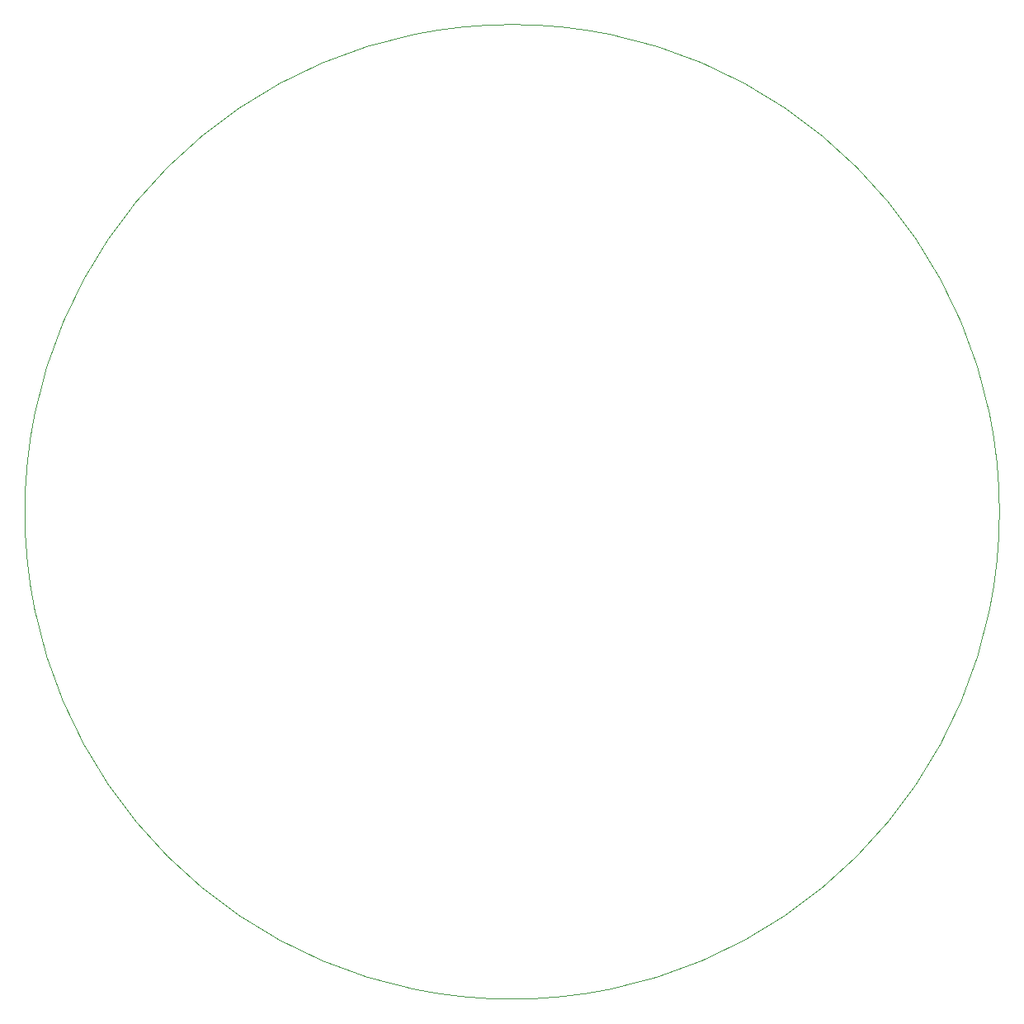
<source format=gbr>
%TF.GenerationSoftware,KiCad,Pcbnew,(6.0.2)*%
%TF.CreationDate,2023-02-04T19:54:44+01:00*%
%TF.ProjectId,Fonometro,466f6e6f-6d65-4747-926f-2e6b69636164,rev?*%
%TF.SameCoordinates,Original*%
%TF.FileFunction,Profile,NP*%
%FSLAX46Y46*%
G04 Gerber Fmt 4.6, Leading zero omitted, Abs format (unit mm)*
G04 Created by KiCad (PCBNEW (6.0.2)) date 2023-02-04 19:54:44*
%MOMM*%
%LPD*%
G01*
G04 APERTURE LIST*
%TA.AperFunction,Profile*%
%ADD10C,0.100000*%
%TD*%
G04 APERTURE END LIST*
D10*
X197320000Y-96520000D02*
G75*
G03*
X197320000Y-96520000I-50000000J0D01*
G01*
M02*

</source>
